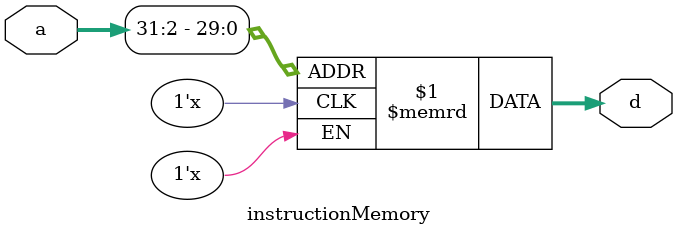
<source format=v>
`ifndef __FILE_INSTRUCTION_MEMORY_V
`define __FILE_INSTRUCTION_MEMORY_V

(* dont_touch = "yes" *) module instructionMemory #(
    parameter WORD_CNT = 16, // number of words (32b) in memory
    parameter MEM_FILE = ""
) (
    input  [31:0] a,
    output [31:0] d
);

    reg [31:0] ram [WORD_CNT-1:0];

    initial begin
        if (MEM_FILE != "") begin
            $readmemh(MEM_FILE, ram, 0, WORD_CNT-1);
        end
    end

    assign d = ram[a[31:2]];

endmodule

`endif // __FILE_INSTRUCTION_MEMORY_V
</source>
